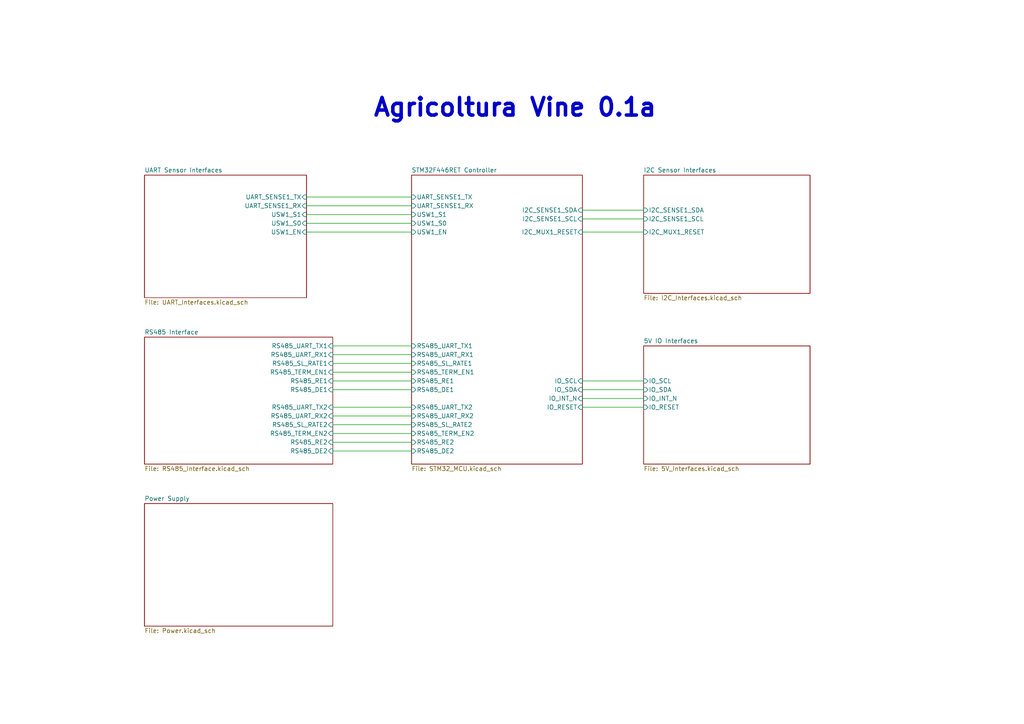
<source format=kicad_sch>
(kicad_sch (version 20230121) (generator eeschema)
  (paper "A4")
  (lib_symbols)
  (wire (pts (xy 186.69 115.57) (xy 168.91 115.57)))
  (wire (pts (xy 96.52 113.03) (xy 119.38 113.03)))
  (wire (pts (xy 119.38 110.49) (xy 96.52 110.49)))
  (wire (pts (xy 119.38 118.11) (xy 96.52 118.11)))
  (wire (pts (xy 96.52 100.33) (xy 119.38 100.33)))
  (wire (pts (xy 96.52 107.95) (xy 119.38 107.95)))
  (wire (pts (xy 168.91 60.96) (xy 186.69 60.96)))
  (wire (pts (xy 88.9 57.15) (xy 119.38 57.15)))
  (wire (pts (xy 119.38 128.27) (xy 96.52 128.27)))
  (wire (pts (xy 88.9 59.69) (xy 119.38 59.69)))
  (wire (pts (xy 119.38 62.23) (xy 88.9 62.23)))
  (wire (pts (xy 119.38 67.31) (xy 88.9 67.31)))
  (wire (pts (xy 119.38 102.87) (xy 96.52 102.87)))
  (wire (pts (xy 186.69 67.31) (xy 168.91 67.31)))
  (wire (pts (xy 88.9 64.77) (xy 119.38 64.77)))
  (wire (pts (xy 96.52 120.65) (xy 119.38 120.65)))
  (wire (pts (xy 119.38 123.19) (xy 96.52 123.19)))
  (wire (pts (xy 119.38 105.41) (xy 96.52 105.41)))
  (wire (pts (xy 168.91 63.5) (xy 186.69 63.5)))
  (wire (pts (xy 186.69 113.03) (xy 168.91 113.03)))
  (wire (pts (xy 96.52 125.73) (xy 119.38 125.73)))
  (wire (pts (xy 96.52 130.81) (xy 119.38 130.81)))
  (wire (pts (xy 168.91 118.11) (xy 186.69 118.11)))
  (wire (pts (xy 186.69 110.49) (xy 168.91 110.49)))
  (text "Agricoltura Vine 0.1a" (at 107.95 34.29 0) (effects (font (size 5.08 5.08) (thickness 1.016) bold) (justify left bottom)))
  (sheet (at 119.38 50.8) (size 49.53 83.82)
    (property "Sheetname" "STM32F446RET Controller" (at 119.38 50.0884 0) (effects (justify left bottom)))
    (property "Sheetfile" "STM32_MCU.kicad_sch" (at 119.38 135.2046 0) (effects (justify left top)))
    (pin "UART_SENSE1_TX" input (at 119.38 57.15 180))
    (pin "RS485_UART_TX1" input (at 119.38 100.33 180))
    (pin "RS485_UART_RX1" input (at 119.38 102.87 180))
    (pin "RS485_UART_TX2" input (at 119.38 118.11 180))
    (pin "RS485_UART_RX2" input (at 119.38 120.65 180))
    (pin "I2C_SENSE1_SDA" input (at 168.91 60.96 0))
    (pin "I2C_SENSE1_SCL" input (at 168.91 63.5 0))
    (pin "I2C_MUX1_RESET" input (at 168.91 67.31 0))
    (pin "USW1_EN" input (at 119.38 67.31 180))
    (pin "USW1_S0" input (at 119.38 64.77 180))
    (pin "USW1_S1" input (at 119.38 62.23 180))
    (pin "UART_SENSE1_RX" input (at 119.38 59.69 180))
    (pin "RS485_DE1" input (at 119.38 113.03 180))
    (pin "RS485_DE2" input (at 119.38 130.81 180))
    (pin "RS485_TERM_EN1" input (at 119.38 107.95 180))
    (pin "RS485_SL_RATE1" input (at 119.38 105.41 180))
    (pin "RS485_RE1" input (at 119.38 110.49 180))
    (pin "RS485_SL_RATE2" input (at 119.38 123.19 180))
    (pin "RS485_RE2" input (at 119.38 128.27 180))
    (pin "RS485_TERM_EN2" input (at 119.38 125.73 180))
    (pin "IO_SCL" input (at 168.91 110.49 0))
    (pin "IO_SDA" input (at 168.91 113.03 0))
    (pin "IO_INT_N" input (at 168.91 115.57 0))
    (pin "IO_RESET" input (at 168.91 118.11 0))
  )
  (sheet (at 41.91 50.8) (size 46.99 35.56)
    (property "Sheetname" "UART Sensor Interfaces" (at 41.91 50.0884 0) (effects (justify left bottom)))
    (property "Sheetfile" "UART_Interfaces.kicad_sch" (at 41.91 86.9446 0) (effects (justify left top)))
    (pin "UART_SENSE1_TX" input (at 88.9 57.15 0))
    (pin "UART_SENSE1_RX" input (at 88.9 59.69 0))
    (pin "USW1_S1" input (at 88.9 62.23 0))
    (pin "USW1_S0" input (at 88.9 64.77 0))
    (pin "USW1_EN" input (at 88.9 67.31 0))
  )
  (sheet (at 186.69 50.8) (size 48.26 34.29)
    (property "Sheetname" "I2C Sensor Interfaces" (at 186.69 50.0884 0) (effects (justify left bottom)))
    (property "Sheetfile" "I2C_Interfaces.kicad_sch" (at 186.69 85.6746 0) (effects (justify left top)))
    (pin "I2C_SENSE1_SDA" input (at 186.69 60.96 180))
    (pin "I2C_SENSE1_SCL" input (at 186.69 63.5 180))
    (pin "I2C_MUX1_RESET" input (at 186.69 67.31 180))
  )
  (sheet (at 41.91 146.05) (size 54.61 35.56)
    (property "Sheetname" "Power Supply" (at 41.91 145.3384 0) (effects (justify left bottom)))
    (property "Sheetfile" "Power.kicad_sch" (at 41.91 182.1946 0) (effects (justify left top)))
  )
  (sheet (at 41.91 97.79) (size 54.61 36.83)
    (property "Sheetname" "RS485 Interface" (at 41.91 97.0784 0) (effects (justify left bottom)))
    (property "Sheetfile" "RS485_Interface.kicad_sch" (at 41.91 135.2046 0) (effects (justify left top)))
    (pin "RS485_UART_TX1" input (at 96.52 100.33 0))
    (pin "RS485_UART_RX1" input (at 96.52 102.87 0))
    (pin "RS485_UART_TX2" input (at 96.52 118.11 0))
    (pin "RS485_UART_RX2" input (at 96.52 120.65 0))
    (pin "RS485_DE2" input (at 96.52 130.81 0))
    (pin "RS485_DE1" input (at 96.52 113.03 0))
    (pin "RS485_SL_RATE2" input (at 96.52 123.19 0))
    (pin "RS485_SL_RATE1" input (at 96.52 105.41 0))
    (pin "RS485_TERM_EN1" input (at 96.52 107.95 0))
    (pin "RS485_RE1" input (at 96.52 110.49 0))
    (pin "RS485_RE2" input (at 96.52 128.27 0))
    (pin "RS485_TERM_EN2" input (at 96.52 125.73 0))
  )
  (sheet (at 186.69 100.33) (size 48.26 34.29)
    (property "Sheetname" "5V IO Interfaces" (at 186.69 99.6184 0) (effects (justify left bottom)))
    (property "Sheetfile" "5V_Interfaces.kicad_sch" (at 186.69 135.2046 0) (effects (justify left top)))
    (pin "IO_SCL" input (at 186.69 110.49 180))
    (pin "IO_SDA" input (at 186.69 113.03 180))
    (pin "IO_INT_N" input (at 186.69 115.57 180))
    (pin "IO_RESET" input (at 186.69 118.11 180))
  )
)
</source>
